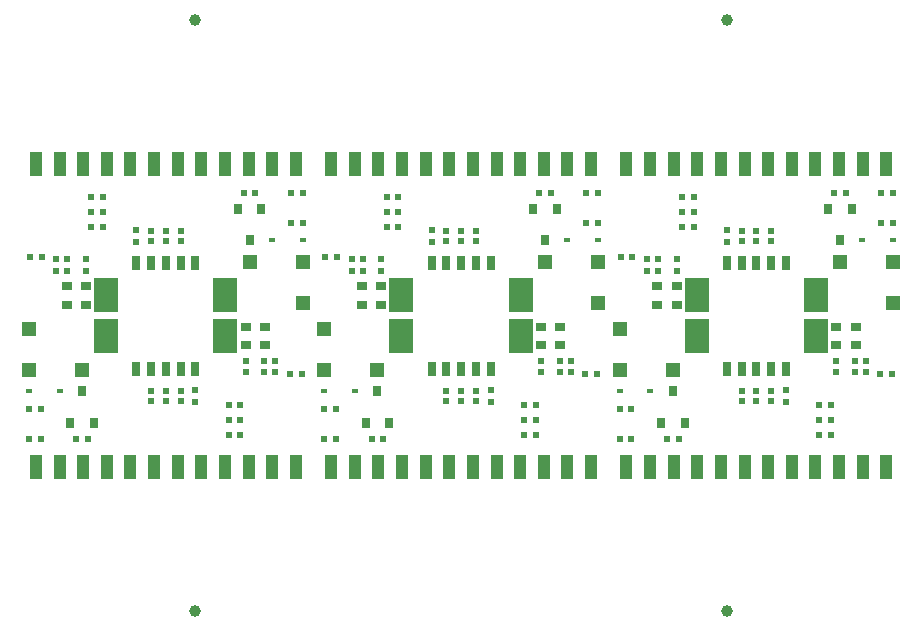
<source format=gtp>
G04*
G04 #@! TF.GenerationSoftware,Altium Limited,Altium Designer,21.1.0 (24)*
G04*
G04 Layer_Color=8421504*
%FSLAX25Y25*%
%MOIN*%
G70*
G04*
G04 #@! TF.SameCoordinates,3801A82C-AC67-41FB-AA52-F7C80330A8D8*
G04*
G04*
G04 #@! TF.FilePolarity,Positive*
G04*
G01*
G75*
%ADD10C,0.03937*%
%ADD12R,0.01968X0.02362*%
%ADD13R,0.03543X0.03150*%
%ADD14R,0.03150X0.05118*%
%ADD15R,0.08268X0.11811*%
%ADD16R,0.02362X0.01968*%
%ADD17R,0.04724X0.04724*%
%ADD18R,0.04016X0.07992*%
%ADD19R,0.02362X0.02165*%
%ADD20R,0.02323X0.01772*%
%ADD21R,0.03150X0.03543*%
%ADD38R,0.04015X0.07992*%
D10*
X236221Y39369D02*
D03*
X59055D02*
D03*
Y236221D02*
D03*
X236221Y236220D02*
D03*
D12*
X272632Y118898D02*
D03*
Y122835D02*
D03*
X278938D02*
D03*
Y118898D02*
D03*
X282599Y122824D02*
D03*
Y118887D02*
D03*
X255906Y109109D02*
D03*
Y113046D02*
D03*
X174206Y118898D02*
D03*
Y122835D02*
D03*
X180512D02*
D03*
Y118898D02*
D03*
X184174Y122824D02*
D03*
Y118887D02*
D03*
X157481Y109109D02*
D03*
Y113046D02*
D03*
X75781Y118898D02*
D03*
Y122835D02*
D03*
X82087D02*
D03*
Y118898D02*
D03*
X85749Y122824D02*
D03*
Y118887D02*
D03*
X59056Y109109D02*
D03*
Y113046D02*
D03*
X22645Y156693D02*
D03*
Y152756D02*
D03*
X16340D02*
D03*
Y156693D02*
D03*
X12678Y152767D02*
D03*
Y156703D02*
D03*
X39371Y166481D02*
D03*
Y162544D02*
D03*
X121071Y156693D02*
D03*
Y152756D02*
D03*
X114765D02*
D03*
Y156693D02*
D03*
X111103Y152767D02*
D03*
Y156703D02*
D03*
X137796Y166481D02*
D03*
Y162544D02*
D03*
X219496Y156693D02*
D03*
Y152756D02*
D03*
X213190D02*
D03*
Y156693D02*
D03*
X209528Y152767D02*
D03*
Y156703D02*
D03*
X236221Y166481D02*
D03*
Y162544D02*
D03*
D13*
X279134Y127966D02*
D03*
Y134069D02*
D03*
X272632Y127980D02*
D03*
Y134082D02*
D03*
X180709Y127966D02*
D03*
Y134069D02*
D03*
X174206Y127980D02*
D03*
Y134082D02*
D03*
X82284Y127966D02*
D03*
Y134069D02*
D03*
X75781Y127980D02*
D03*
Y134082D02*
D03*
X16143Y147624D02*
D03*
Y141522D02*
D03*
X22645Y147611D02*
D03*
Y141508D02*
D03*
X114568Y147624D02*
D03*
Y141522D02*
D03*
X121071Y147611D02*
D03*
Y141508D02*
D03*
X212993Y147624D02*
D03*
Y141522D02*
D03*
X219496Y147611D02*
D03*
Y141508D02*
D03*
D14*
X236221Y120204D02*
D03*
X241143D02*
D03*
X246064D02*
D03*
X250985D02*
D03*
X255906D02*
D03*
X137796D02*
D03*
X142717D02*
D03*
X147639D02*
D03*
X152560D02*
D03*
X157481D02*
D03*
X39371D02*
D03*
X44292D02*
D03*
X49213D02*
D03*
X54135D02*
D03*
X59056D02*
D03*
X59056Y155386D02*
D03*
X54135D02*
D03*
X49213D02*
D03*
X44292D02*
D03*
X39371D02*
D03*
X157481D02*
D03*
X152560D02*
D03*
X147639D02*
D03*
X142717D02*
D03*
X137796D02*
D03*
X255906D02*
D03*
X250985D02*
D03*
X246064D02*
D03*
X241143D02*
D03*
X236221D02*
D03*
D15*
X265946Y131031D02*
D03*
X226182D02*
D03*
X167520D02*
D03*
X127757D02*
D03*
X69095D02*
D03*
X29331D02*
D03*
X29331Y144559D02*
D03*
X69095D02*
D03*
X127757D02*
D03*
X167520D02*
D03*
X226182D02*
D03*
X265946D02*
D03*
D16*
X287402Y118375D02*
D03*
X291339D02*
D03*
X266962Y103046D02*
D03*
X270899D02*
D03*
X266962Y98046D02*
D03*
X270899D02*
D03*
Y108046D02*
D03*
X266962D02*
D03*
X204400Y106874D02*
D03*
X200463D02*
D03*
X204400Y96727D02*
D03*
X200463D02*
D03*
X216211D02*
D03*
X220148D02*
D03*
X188977Y118375D02*
D03*
X192914D02*
D03*
X168537Y103046D02*
D03*
X172474D02*
D03*
X168537Y98046D02*
D03*
X172474D02*
D03*
Y108046D02*
D03*
X168537D02*
D03*
X105975Y106874D02*
D03*
X102038D02*
D03*
X105975Y96727D02*
D03*
X102038D02*
D03*
X117786D02*
D03*
X121723D02*
D03*
X90552Y118375D02*
D03*
X94489D02*
D03*
X70112Y103046D02*
D03*
X74049D02*
D03*
X70112Y98046D02*
D03*
X74049D02*
D03*
Y108046D02*
D03*
X70112D02*
D03*
X7550Y106874D02*
D03*
X3613D02*
D03*
X7550Y96727D02*
D03*
X3613D02*
D03*
X19361D02*
D03*
X23298D02*
D03*
X7875Y157215D02*
D03*
X3938D02*
D03*
X28315Y172544D02*
D03*
X24378D02*
D03*
X28315Y177544D02*
D03*
X24378D02*
D03*
Y167544D02*
D03*
X28315D02*
D03*
X90877Y168717D02*
D03*
X94814D02*
D03*
X90877Y178863D02*
D03*
X94814D02*
D03*
X79066D02*
D03*
X75129D02*
D03*
X106300Y157215D02*
D03*
X102363D02*
D03*
X126740Y172544D02*
D03*
X122803D02*
D03*
X126740Y177544D02*
D03*
X122803D02*
D03*
Y167544D02*
D03*
X126740D02*
D03*
X189302Y168717D02*
D03*
X193239D02*
D03*
X189302Y178863D02*
D03*
X193239D02*
D03*
X177491D02*
D03*
X173554D02*
D03*
X204725Y157215D02*
D03*
X200788D02*
D03*
X225165Y172544D02*
D03*
X221228D02*
D03*
X225165Y177544D02*
D03*
X221228D02*
D03*
Y167544D02*
D03*
X225165D02*
D03*
X287727Y168717D02*
D03*
X291664D02*
D03*
X287727Y178863D02*
D03*
X291664D02*
D03*
X275916D02*
D03*
X271979D02*
D03*
D17*
X200463Y133533D02*
D03*
Y119754D02*
D03*
X218180D02*
D03*
X102038Y133533D02*
D03*
Y119754D02*
D03*
X119755D02*
D03*
X3613Y133533D02*
D03*
Y119754D02*
D03*
X21329D02*
D03*
X94814Y142057D02*
D03*
Y155837D02*
D03*
X77097D02*
D03*
X193239Y142057D02*
D03*
Y155837D02*
D03*
X175523D02*
D03*
X291664Y142057D02*
D03*
Y155837D02*
D03*
X273948D02*
D03*
D18*
X202755Y87240D02*
D03*
X210629D02*
D03*
X218503D02*
D03*
X226377D02*
D03*
X234251D02*
D03*
X242125D02*
D03*
X249999D02*
D03*
X257873D02*
D03*
X265747D02*
D03*
X273621D02*
D03*
X104330D02*
D03*
X112204D02*
D03*
X120078D02*
D03*
X127952D02*
D03*
X135826D02*
D03*
X143700D02*
D03*
X151574D02*
D03*
X159448D02*
D03*
X167322D02*
D03*
X175196D02*
D03*
X5904D02*
D03*
X13778D02*
D03*
X21652D02*
D03*
X29526D02*
D03*
X37400D02*
D03*
X45274D02*
D03*
X53148D02*
D03*
X61022D02*
D03*
X68896D02*
D03*
X76770D02*
D03*
X92523Y188350D02*
D03*
X84649D02*
D03*
X76775D02*
D03*
X68901D02*
D03*
X61027D02*
D03*
X53153D02*
D03*
X45278D02*
D03*
X37405D02*
D03*
X29531D02*
D03*
X21656D02*
D03*
X190948D02*
D03*
X183074D02*
D03*
X175200D02*
D03*
X167326D02*
D03*
X159452D02*
D03*
X151578D02*
D03*
X143704D02*
D03*
X135830D02*
D03*
X127956D02*
D03*
X120082D02*
D03*
X289373D02*
D03*
X281499D02*
D03*
X273625D02*
D03*
X265751D02*
D03*
X257877D02*
D03*
X250003D02*
D03*
X242129D02*
D03*
X234255D02*
D03*
X226381D02*
D03*
X218507D02*
D03*
X202757Y87240D02*
D03*
X210631D02*
D03*
X218505D02*
D03*
X226379D02*
D03*
X234253D02*
D03*
X242127D02*
D03*
X250001D02*
D03*
X257875D02*
D03*
X265749D02*
D03*
X273623D02*
D03*
X281497D02*
D03*
X289371D02*
D03*
X104332D02*
D03*
X112206D02*
D03*
X120080D02*
D03*
X127954D02*
D03*
X135828D02*
D03*
X143702D02*
D03*
X151576D02*
D03*
X159450D02*
D03*
X167324D02*
D03*
X175198D02*
D03*
X183072D02*
D03*
X190946D02*
D03*
X5906D02*
D03*
X13780D02*
D03*
X21654D02*
D03*
X29528D02*
D03*
X37402D02*
D03*
X45276D02*
D03*
X53150D02*
D03*
X61024D02*
D03*
X68898D02*
D03*
X76772D02*
D03*
X84646D02*
D03*
X92520D02*
D03*
X92520Y188350D02*
D03*
X84646D02*
D03*
X76772D02*
D03*
X68898D02*
D03*
X61024D02*
D03*
X53150D02*
D03*
X45276D02*
D03*
X37402D02*
D03*
X29528D02*
D03*
X21654D02*
D03*
X13780D02*
D03*
X5906D02*
D03*
X190946D02*
D03*
X183072D02*
D03*
X175198D02*
D03*
X167324D02*
D03*
X159450D02*
D03*
X151576D02*
D03*
X143702D02*
D03*
X135828D02*
D03*
X127954D02*
D03*
X120080D02*
D03*
X112206D02*
D03*
X104332D02*
D03*
X289371D02*
D03*
X281497D02*
D03*
X273623D02*
D03*
X265749D02*
D03*
X257875D02*
D03*
X250001D02*
D03*
X242127D02*
D03*
X234253D02*
D03*
X226379D02*
D03*
X218505D02*
D03*
X210631D02*
D03*
X202757D02*
D03*
D19*
X250985Y109405D02*
D03*
Y112751D02*
D03*
X246064Y109405D02*
D03*
Y112751D02*
D03*
X241143Y109405D02*
D03*
Y112751D02*
D03*
X152560Y109405D02*
D03*
Y112751D02*
D03*
X147639Y109405D02*
D03*
Y112751D02*
D03*
X142717Y109405D02*
D03*
Y112751D02*
D03*
X54135Y109405D02*
D03*
Y112751D02*
D03*
X49213Y109405D02*
D03*
Y112751D02*
D03*
X44292Y109405D02*
D03*
Y112751D02*
D03*
X44292Y166186D02*
D03*
Y162839D02*
D03*
X49213Y166186D02*
D03*
Y162839D02*
D03*
X54135Y166186D02*
D03*
Y162839D02*
D03*
X142717Y166186D02*
D03*
Y162839D02*
D03*
X147639Y166186D02*
D03*
Y162839D02*
D03*
X152560Y166186D02*
D03*
Y162839D02*
D03*
X241143Y166186D02*
D03*
Y162839D02*
D03*
X246064Y166186D02*
D03*
Y162839D02*
D03*
X250985Y166186D02*
D03*
Y162839D02*
D03*
D20*
X210699Y112602D02*
D03*
X200463D02*
D03*
X112274D02*
D03*
X102038D02*
D03*
X13849D02*
D03*
X3613D02*
D03*
X84578Y162989D02*
D03*
X94814D02*
D03*
X183003D02*
D03*
X193239D02*
D03*
X281428D02*
D03*
X291664D02*
D03*
D21*
X214243Y102202D02*
D03*
X222117D02*
D03*
X218180Y112602D02*
D03*
X115817Y102202D02*
D03*
X123691D02*
D03*
X119755Y112602D02*
D03*
X17392Y102202D02*
D03*
X25266D02*
D03*
X21329Y112602D02*
D03*
X81034Y173389D02*
D03*
X73160D02*
D03*
X77097Y162989D02*
D03*
X179460Y173389D02*
D03*
X171586D02*
D03*
X175523Y162989D02*
D03*
X277885Y173389D02*
D03*
X270011D02*
D03*
X273948Y162989D02*
D03*
D38*
X281495Y87240D02*
D03*
X289369D02*
D03*
X183070D02*
D03*
X190944D02*
D03*
X84645D02*
D03*
X92519D02*
D03*
X13782Y188350D02*
D03*
X5908D02*
D03*
X112207D02*
D03*
X104333D02*
D03*
X210632D02*
D03*
X202758D02*
D03*
M02*

</source>
